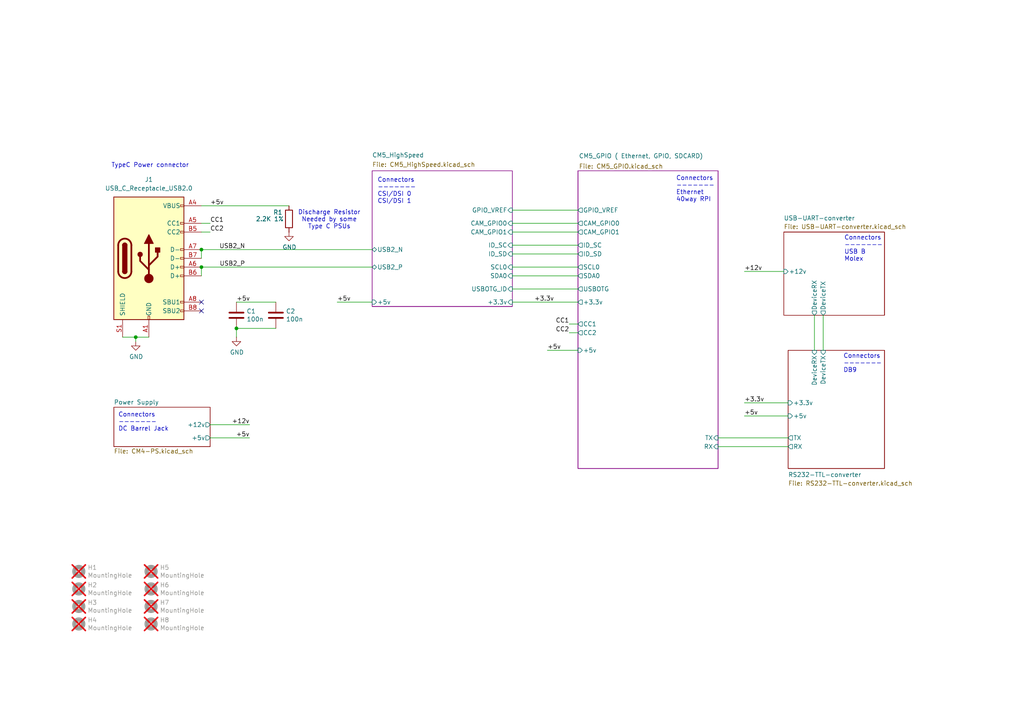
<source format=kicad_sch>
(kicad_sch (version 20250114) (generator "eeschema") (generator_version "9.0")
  (paper "A4")
  (title_block (title "CM4/5 UART Sniffer") (date "2025-08-26") (rev "1") (company "Astrosystems") (comment 1 "Designed By - C.P"))
  (lib_symbols
    (symbol "Connector:USB_C_Receptacle_USB2.0_16P" (pin_names (offset 1.016))
      (property "Reference" "J" (at 0 22.225 0))
      (property "Value" "USB_C_Receptacle_USB2.0_16P" (at 0 19.685 0))
      (symbol "USB_C_Receptacle_USB2.0_16P_0_0"
        (rectangle (start -0.254 -17.78) (end 0.254 -16.764))
        (rectangle (start 10.16 15.494) (end 9.144 14.986))
        (rectangle (start 10.16 10.414) (end 9.144 9.906))
        (rectangle (start 10.16 7.874) (end 9.144 7.366))
        (rectangle (start 10.16 2.794) (end 9.144 2.286))
        (rectangle (start 10.16 0.254) (end 9.144 -0.254))
        (rectangle (start 10.16 -2.286) (end 9.144 -2.794))
        (rectangle (start 10.16 -4.826) (end 9.144 -5.334))
        (rectangle (start 10.16 -12.446) (end 9.144 -12.954))
        (rectangle (start 10.16 -14.986) (end 9.144 -15.494))
      )
      (symbol "USB_C_Receptacle_USB2.0_16P_0_1"
        (rectangle (start -10.16 17.78) (end 10.16 -17.78) (stroke (width 0.254)) (fill (type background)))
        (polyline (pts (xy -8.89 -3.81) (xy -8.89 3.81)) (stroke (width 0.508)))
        (rectangle (start -7.62 -3.81) (end -6.35 3.81) (stroke (width 0.254)) (fill (type outline)))
        (arc (start -7.62 3.81) (mid -6.985 4.4423) (end -6.35 3.81) (stroke (width 0.254)))
        (arc (start -7.62 3.81) (mid -6.985 4.4423) (end -6.35 3.81) (stroke (width 0.254)) (fill (type outline)))
        (arc (start -8.89 3.81) (mid -6.985 5.7067) (end -5.08 3.81) (stroke (width 0.508)))
        (arc (start -5.08 -3.81) (mid -6.985 -5.7067) (end -8.89 -3.81) (stroke (width 0.508)))
        (arc (start -6.35 -3.81) (mid -6.985 -4.4423) (end -7.62 -3.81) (stroke (width 0.254)))
        (arc (start -6.35 -3.81) (mid -6.985 -4.4423) (end -7.62 -3.81) (stroke (width 0.254)) (fill (type outline)))
        (polyline (pts (xy -5.08 3.81) (xy -5.08 -3.81)) (stroke (width 0.508)))
        (circle (center -2.54 1.143) (radius 0.635) (stroke (width 0.254)) (fill (type outline)))
        (polyline (pts (xy -1.27 4.318) (xy 0 6.858) (xy 1.27 4.318) (xy -1.27 4.318)) (stroke (width 0.254)) (fill (type outline)))
        (polyline (pts (xy 0 -2.032) (xy 2.54 0.508) (xy 2.54 1.778)) (stroke (width 0.508)))
        (polyline (pts (xy 0 -3.302) (xy -2.54 -0.762) (xy -2.54 0.508)) (stroke (width 0.508)))
        (polyline (pts (xy 0 -5.842) (xy 0 4.318)) (stroke (width 0.508)))
        (circle (center 0 -5.842) (radius 1.27) (fill (type outline)))
        (rectangle (start 1.905 1.778) (end 3.175 3.048) (stroke (width 0.254)) (fill (type outline)))
      )
      (symbol "USB_C_Receptacle_USB2.0_16P_1_1"
        (pin passive line (at -7.62 -22.86 90) (length 5.08) (name "SHIELD") (number "S1"))
        (pin passive line (at 0 -22.86 90) (length 5.08) (name "GND") (number "A1"))
        (pin passive line (at 0 -22.86 90) (length 5.08) (hide yes) (name "GND") (number "A12"))
        (pin passive line (at 0 -22.86 90) (length 5.08) (hide yes) (name "GND") (number "B1"))
        (pin passive line (at 0 -22.86 90) (length 5.08) (hide yes) (name "GND") (number "B12"))
        (pin passive line (at 15.24 15.24 180) (length 5.08) (name "VBUS") (number "A4"))
        (pin passive line (at 15.24 15.24 180) (length 5.08) (hide yes) (name "VBUS") (number "A9"))
        (pin passive line (at 15.24 15.24 180) (length 5.08) (hide yes) (name "VBUS") (number "B4"))
        (pin passive line (at 15.24 15.24 180) (length 5.08) (hide yes) (name "VBUS") (number "B9"))
        (pin bidirectional line (at 15.24 10.16 180) (length 5.08) (name "CC1") (number "A5"))
        (pin bidirectional line (at 15.24 7.62 180) (length 5.08) (name "CC2") (number "B5"))
        (pin bidirectional line (at 15.24 2.54 180) (length 5.08) (name "D-") (number "A7"))
        (pin bidirectional line (at 15.24 0 180) (length 5.08) (name "D-") (number "B7"))
        (pin bidirectional line (at 15.24 -2.54 180) (length 5.08) (name "D+") (number "A6"))
        (pin bidirectional line (at 15.24 -5.08 180) (length 5.08) (name "D+") (number "B6"))
        (pin bidirectional line (at 15.24 -12.7 180) (length 5.08) (name "SBU1") (number "A8"))
        (pin bidirectional line (at 15.24 -15.24 180) (length 5.08) (name "SBU2") (number "B8"))
      )
    )
    (symbol "Device:C" (pin_numbers (hide yes)) (pin_names (offset 0.254))
      (property "Reference" "C" (at 0.635 2.54 0))
      (property "Value" "C" (at 0.635 -2.54 0))
      (symbol "C_0_1"
        (polyline (pts (xy -2.032 0.762) (xy 2.032 0.762)) (stroke (width 0.508)))
        (polyline (pts (xy -2.032 -0.762) (xy 2.032 -0.762)) (stroke (width 0.508)))
      )
      (symbol "C_1_1"
        (pin passive line (at 0 3.81 270) (length 2.794) (name "~") (number "1"))
        (pin passive line (at 0 -3.81 90) (length 2.794) (name "~") (number "2"))
      )
    )
    (symbol "Device:R" (pin_numbers (hide yes)) (pin_names (offset 0))
      (property "Reference" "R" (at 2.032 0 90))
      (property "Value" "R" (at 0 0 90))
      (symbol "R_0_1"
        (rectangle (start -1.016 -2.54) (end 1.016 2.54) (stroke (width 0.254)))
      )
      (symbol "R_1_1"
        (pin passive line (at 0 3.81 270) (length 1.27) (name "~") (number "1"))
        (pin passive line (at 0 -3.81 90) (length 1.27) (name "~") (number "2"))
      )
    )
    (symbol "Mechanical:MountingHole" (pin_names (offset 1.016))
      (property "Reference" "H" (at 0 5.08 0))
      (property "Value" "MountingHole" (at 0 3.175 0))
      (symbol "MountingHole_0_1"
        (circle (center 0 0) (radius 1.27) (stroke (width 1.27)))
      )
    )
    (symbol "power:GND" (power) (pin_numbers (hide yes)) (pin_names (offset 0) (hide yes))
      (property "Value" "GND" (at 0 -3.81 0))
      (symbol "GND_0_1"
        (polyline (pts (xy 0 0) (xy 0 -1.27) (xy 1.27 -1.27) (xy 0 -2.54) (xy -1.27 -1.27) (xy 0 -1.27)))
      )
      (symbol "GND_1_1"
        (pin power_in line (at 0 0 270) (length 0) (name "~") (number "1"))
      )
    )
  )
  (text "Connectors\n-------\nDB9" (at 244.602 108.204 0) (effects (font (size 1.27 1.27)) (justify left bottom)))
  (text "Connectors\n-------\nEthernet\n40way RPI\n" (at 196.088 58.674 0) (effects (font (size 1.27 1.27)) (justify left bottom)))
  (text "Discharge Resistor\nNeeded by some\nType C PSUs" (at 95.504 63.754 0) (effects (font (size 1.27 1.27))))
  (text "TypeC Power connector" (at 32.258 48.768 0) (effects (font (size 1.27 1.27)) (justify left bottom)))
  (text "Connectors\n-------\nUSB B\nMolex" (at 244.856 75.946 0) (effects (font (size 1.27 1.27)) (justify left bottom)))
  (text "Connectors\n-------\nCSI/DSI 0\nCSI/DSI 1" (at 109.474 59.182 0) (effects (font (size 1.27 1.27)) (justify left bottom)))
  (text "Connectors\n-------\nDC Barrel Jack\n" (at 34.29 125.222 0) (effects (font (size 1.27 1.27)) (justify left bottom)))
  (junction (at 39.37 97.79))
  (junction (at 68.58 95.25))
  (junction (at 58.42 72.39))
  (junction (at 58.42 77.47))
  (no_connect (at 58.42 90.17))
  (no_connect (at 58.42 87.63))
  (wire (pts (xy 165.1 93.98) (xy 167.64 93.98)))
  (wire (pts (xy 215.9 116.84) (xy 228.6 116.84)))
  (wire (pts (xy 208.28 127) (xy 228.6 127)))
  (wire (pts (xy 215.9 120.65) (xy 228.6 120.65)))
  (wire (pts (xy 39.37 99.06) (xy 39.37 97.79)))
  (wire (pts (xy 148.59 87.63) (xy 167.64 87.63)))
  (wire (pts (xy 238.76 91.44) (xy 238.76 101.6)))
  (wire (pts (xy 68.58 95.25) (xy 80.01 95.25)))
  (wire (pts (xy 148.59 64.77) (xy 167.64 64.77)))
  (wire (pts (xy 148.59 83.82) (xy 167.64 83.82)))
  (wire (pts (xy 215.9 78.74) (xy 227.33 78.74)))
  (wire (pts (xy 165.1 96.52) (xy 167.64 96.52)))
  (wire (pts (xy 58.42 77.47) (xy 107.95 77.47)))
  (wire (pts (xy 58.42 72.39) (xy 107.95 72.39)))
  (wire (pts (xy 208.28 129.54) (xy 228.6 129.54)))
  (wire (pts (xy 68.58 95.25) (xy 68.58 97.79)))
  (wire (pts (xy 60.96 123.19) (xy 72.39 123.19)))
  (wire (pts (xy 148.59 73.66) (xy 167.64 73.66)))
  (wire (pts (xy 148.59 67.31) (xy 167.64 67.31)))
  (wire (pts (xy 58.42 59.69) (xy 83.82 59.69)))
  (wire (pts (xy 58.42 77.47) (xy 58.42 80.01)))
  (wire (pts (xy 148.59 60.96) (xy 167.64 60.96)))
  (wire (pts (xy 68.58 87.63) (xy 80.01 87.63)))
  (wire (pts (xy 158.75 101.6) (xy 167.64 101.6)))
  (wire (pts (xy 58.42 64.77) (xy 60.96 64.77)))
  (wire (pts (xy 148.59 80.01) (xy 167.64 80.01)))
  (wire (pts (xy 60.96 127) (xy 72.39 127)))
  (wire (pts (xy 39.37 97.79) (xy 43.18 97.79)))
  (wire (pts (xy 35.56 97.79) (xy 39.37 97.79)))
  (wire (pts (xy 148.59 71.12) (xy 167.64 71.12)))
  (wire (pts (xy 236.22 91.44) (xy 236.22 101.6)))
  (wire (pts (xy 58.42 67.31) (xy 60.96 67.31)))
  (wire (pts (xy 58.42 72.39) (xy 58.42 74.93)))
  (wire (pts (xy 148.59 77.47) (xy 167.64 77.47)))
  (wire (pts (xy 97.79 87.63) (xy 107.95 87.63)))
  (label "+5v" (at 68.58 87.63 0))
  (label "+3.3v" (at 215.9 116.84 0))
  (label "+5v" (at 72.39 127 180))
  (label "+5v" (at 158.75 101.6 0))
  (label "+12v" (at 215.9 78.74 0))
  (label "USB2_P" (at 71.12 77.47 180))
  (label "CC1" (at 60.96 64.77 0))
  (label "USB2_N" (at 71.12 72.39 180))
  (label "+5v" (at 97.79 87.63 0))
  (label "CC2" (at 165.1 96.52 180))
  (label "CC1" (at 165.1 93.98 180))
  (label "+3.3v" (at 154.94 87.63 0))
  (label "+5v" (at 215.9 120.65 0))
  (label "CC2" (at 60.96 67.31 0))
  (label "+5v" (at 60.96 59.69 0))
  (label "+12v" (at 72.39 123.19 180))
  (symbol (lib_id "Mechanical:MountingHole") (at 22.86 180.975 0) (unit 1) (exclude_from_sim yes) (in_bom no) (dnp yes)
    (property "Reference" "H4" (at 25.4 179.832 0) (effects (justify left)))
    (property "Value" "MountingHole" (at 25.4 182.118 0) (effects (justify left)))
    (property "Footprint" "CM5IO:MountingHole_2.7mm_M2.5_DIN965" (effects (hide yes)))
    (property "Field4" "nf" (effects (hide yes)))
    (property "Field5" "nf" (effects (hide yes)))
    (property "Field6" "nf" (effects (hide yes)))
    (property "Field7" "nf" (effects (hide yes)))
    (property "Part Description" "M2.5 mounting hole" (effects (hide yes)))
  )
  (symbol (lib_id "Mechanical:MountingHole") (at 22.86 175.895 0) (unit 1) (exclude_from_sim yes) (in_bom no) (dnp yes)
    (property "Reference" "H3" (at 25.4 174.752 0) (effects (justify left)))
    (property "Value" "MountingHole" (at 25.4 177.038 0) (effects (justify left)))
    (property "Footprint" "CM5IO:MountingHole_2.7mm_M2.5_DIN965" (effects (hide yes)))
    (property "Field4" "nf" (effects (hide yes)))
    (property "Field5" "nf" (effects (hide yes)))
    (property "Field6" "nf" (effects (hide yes)))
    (property "Field7" "nf" (effects (hide yes)))
    (property "Part Description" "M2.5 mounting hole" (effects (hide yes)))
  )
  (symbol (lib_id "Mechanical:MountingHole") (at 22.86 170.815 0) (unit 1) (exclude_from_sim yes) (in_bom no) (dnp yes)
    (property "Reference" "H2" (at 25.4 169.672 0) (effects (justify left)))
    (property "Value" "MountingHole" (at 25.4 171.958 0) (effects (justify left)))
    (property "Footprint" "CM5IO:MountingHole_2.7mm_M2.5_DIN965" (effects (hide yes)))
    (property "Field4" "nf" (effects (hide yes)))
    (property "Field5" "nf" (effects (hide yes)))
    (property "Field6" "nf" (effects (hide yes)))
    (property "Field7" "nf" (effects (hide yes)))
    (property "Part Description" "M2.5 mounting hole" (effects (hide yes)))
  )
  (symbol (lib_id "Mechanical:MountingHole") (at 22.86 165.735 0) (unit 1) (exclude_from_sim yes) (in_bom no) (dnp yes)
    (property "Reference" "H1" (at 25.4 164.592 0) (effects (justify left)))
    (property "Value" "MountingHole" (at 25.4 166.878 0) (effects (justify left)))
    (property "Footprint" "CM5IO:MountingHole_2.7mm_M2.5_DIN965" (effects (hide yes)))
    (property "Field4" "nf" (effects (hide yes)))
    (property "Field5" "nf" (effects (hide yes)))
    (property "Field6" "nf" (effects (hide yes)))
    (property "Field7" "nf" (effects (hide yes)))
    (property "Part Description" "M2.5 mounting hole" (effects (hide yes)))
  )
  (symbol (lib_id "Mechanical:MountingHole") (at 43.815 165.735 0) (unit 1) (exclude_from_sim yes) (in_bom no) (dnp yes)
    (property "Reference" "H5" (at 46.355 164.592 0) (effects (justify left)))
    (property "Value" "MountingHole" (at 46.355 166.878 0) (effects (justify left)))
    (property "Footprint" "CM5IO:MountingHole_2.7mm_M2.5_DIN965" (effects (hide yes)))
    (property "Field4" "nf" (effects (hide yes)))
    (property "Field5" "nf" (effects (hide yes)))
    (property "Field6" "nf" (effects (hide yes)))
    (property "Field7" "nf" (effects (hide yes)))
    (property "Part Description" "M2.5 mounting hole" (effects (hide yes)))
  )
  (symbol (lib_id "Mechanical:MountingHole") (at 43.815 180.975 0) (unit 1) (exclude_from_sim yes) (in_bom no) (dnp yes)
    (property "Reference" "H8" (at 46.355 179.832 0) (effects (justify left)))
    (property "Value" "MountingHole" (at 46.355 182.118 0) (effects (justify left)))
    (property "Footprint" "CM5IO:MountingHole_2.7mm_M2.5_DIN965" (effects (hide yes)))
    (property "Field4" "nf" (effects (hide yes)))
    (property "Field5" "nf" (effects (hide yes)))
    (property "Field6" "nf" (effects (hide yes)))
    (property "Field7" "nf" (effects (hide yes)))
    (property "Part Description" "M2.5 mounting hole" (effects (hide yes)))
  )
  (symbol (lib_id "Mechanical:MountingHole") (at 43.815 175.895 0) (unit 1) (exclude_from_sim yes) (in_bom no) (dnp yes)
    (property "Reference" "H7" (at 46.355 174.752 0) (effects (justify left)))
    (property "Value" "MountingHole" (at 46.355 177.038 0) (effects (justify left)))
    (property "Footprint" "CM5IO:MountingHole_2.7mm_M2.5_DIN965" (effects (hide yes)))
    (property "Field4" "nf" (effects (hide yes)))
    (property "Field5" "nf" (effects (hide yes)))
    (property "Field6" "nf" (effects (hide yes)))
    (property "Field7" "nf" (effects (hide yes)))
    (property "Part Description" "M2.5 mounting hole" (effects (hide yes)))
  )
  (symbol (lib_id "Mechanical:MountingHole") (at 43.815 170.815 0) (unit 1) (exclude_from_sim yes) (in_bom no) (dnp yes)
    (property "Reference" "H6" (at 46.355 169.672 0) (effects (justify left)))
    (property "Value" "MountingHole" (at 46.355 171.958 0) (effects (justify left)))
    (property "Footprint" "CM5IO:MountingHole_2.7mm_M2.5_DIN965" (effects (hide yes)))
    (property "Field4" "nf" (effects (hide yes)))
    (property "Field5" "nf" (effects (hide yes)))
    (property "Field6" "nf" (effects (hide yes)))
    (property "Field7" "nf" (effects (hide yes)))
    (property "Part Description" "M2.5 mounting hole" (effects (hide yes)))
  )
  (symbol (lib_id "power:GND") (at 83.82 67.31 0) (unit 1)
    (property "Reference" "#PWR03" (effects (hide yes)))
    (property "Value" "GND" (at 83.947 71.7042 0))
    (property "Description" "Power symbol creates a global label with name \"GND\" , ground" (effects (hide yes)))
  )
  (symbol (lib_id "Device:C") (at 80.01 91.44 0) (unit 1)
    (property "Reference" "C2" (at 82.931 90.2716 0) (effects (justify left)))
    (property "Value" "100n" (at 82.931 92.583 0) (effects (justify left)))
    (property "Footprint" "Capacitor_SMD:C_0402_1005Metric" (effects (hide yes)))
    (property "Datasheet" "https://search.murata.co.jp/Ceramy/image/img/A01X/G101/ENG/GRM155R71C104KA88-01.pdf" (effects (hide yes)))
    (property "Field4" "Farnell" (effects (hide yes)))
    (property "Field5" "2611911" (effects (hide yes)))
    (property "Field6" "RM EMK105 B7104KV-F" (effects (hide yes)))
    (property "Field7" "TAIYO YUDEN EUROPE GMBH" (effects (hide yes)))
    (property "Field8" "110091611" (effects (hide yes)))
    (property "Part Description" "	0.1uF 10% 16V Ceramic Capacitor X7R 0402 (1005 Metric)" (effects (hide yes)))
  )
  (symbol (lib_id "Connector:USB_C_Receptacle_USB2.0_16P") (at 43.18 74.93 0) (unit 1)
    (property "Reference" "J1" (at 43.18 52.07 0))
    (property "Value" "USB_C_Receptacle_USB2.0" (at 43.18 54.61 0))
    (property "Footprint" "Connector_USB:USB_C_Receptacle_GCT_USB4105-xx-A_16P_TopMnt_Horizontal" (effects (hide yes)))
    (property "Datasheet" "https://www.usb.org/sites/default/files/documents/usb_type-c.zip" (effects (hide yes)))
    (property "Field5" "USBF31-0171" (effects (hide yes)))
    (property "Field6" "USBF31-0171" (effects (hide yes)))
    (property "Field7" "MTCONN" (effects (hide yes)))
    (property "Part Description" "USBC USB2 data and power connector" (effects (hide yes)))
  )
  (symbol (lib_id "Device:R") (at 83.82 63.5 0) (unit 1)
    (property "Reference" "R1" (at 79.248 61.595 0) (effects (justify left)))
    (property "Value" "2.2K 1%" (at 74.168 63.5 0) (effects (justify left)))
    (property "Footprint" "Resistor_SMD:R_0402_1005Metric" (effects (hide yes)))
    (property "Datasheet" "https://fscdn.rohm.com/en/products/databook/datasheet/passive/resistor/chip_resistor/mcr-e.pdf" (effects (hide yes)))
    (property "Field4" "Farnell" (effects (hide yes)))
    (property "Part Description" "Resistor 2.2K M1005 1% 63mW" (effects (hide yes)))
  )
  (symbol (lib_id "Device:C") (at 68.58 91.44 0) (unit 1)
    (property "Reference" "C1" (at 71.501 90.2716 0) (effects (justify left)))
    (property "Value" "100n" (at 71.501 92.583 0) (effects (justify left)))
    (property "Footprint" "Capacitor_SMD:C_0402_1005Metric" (effects (hide yes)))
    (property "Datasheet" "https://search.murata.co.jp/Ceramy/image/img/A01X/G101/ENG/GRM155R71C104KA88-01.pdf" (effects (hide yes)))
    (property "Field4" "Farnell" (effects (hide yes)))
    (property "Field5" "2611911" (effects (hide yes)))
    (property "Field6" "RM EMK105 B7104KV-F" (effects (hide yes)))
    (property "Field7" "TAIYO YUDEN EUROPE GMBH" (effects (hide yes)))
    (property "Field8" "110091611" (effects (hide yes)))
    (property "Part Description" "	0.1uF 10% 16V Ceramic Capacitor X7R 0402 (1005 Metric)" (effects (hide yes)))
  )
  (symbol (lib_id "power:GND") (at 39.37 99.06 0) (unit 1)
    (property "Reference" "#PWR01" (effects (hide yes)))
    (property "Value" "GND" (at 39.497 103.4542 0))
    (property "Description" "Power symbol creates a global label with name \"GND\" , ground" (effects (hide yes)))
  )
  (symbol (lib_id "power:GND") (at 68.58 97.79 0) (unit 1)
    (property "Reference" "#PWR02" (effects (hide yes)))
    (property "Value" "GND" (at 68.707 102.1842 0))
    (property "Description" "Power symbol creates a global label with name \"GND\" , ground" (effects (hide yes)))
  )
  (sheet (at 167.64 49.53) (size 40.64 86.36) (stroke (width 0.1524) (color 132 0 132 1)) (fill (color 255 255 255 0.0000))
    (property "Sheetname" "CM5_GPIO ( Ethernet, GPIO, SDCARD)" (at 167.894 45.974 0) (effects (justify left bottom)))
    (property "Sheetfile" "CM5_GPIO.kicad_sch" (at 167.894 47.498 0) (effects (justify left top)))
    (pin "+3.3v" output (at 167.64 87.63 180))
    (pin "+5v" input (at 167.64 101.6 180))
    (pin "CAM_GPIO0" output (at 167.64 64.77 180))
    (pin "CAM_GPIO1" output (at 167.64 67.31 180))
    (pin "CC1" output (at 167.64 93.98 180))
    (pin "CC2" output (at 167.64 96.52 180))
    (pin "GPIO_VREF" output (at 167.64 60.96 180))
    (pin "ID_SC" output (at 167.64 71.12 180))
    (pin "ID_SD" output (at 167.64 73.66 180))
    (pin "SCL0" output (at 167.64 77.47 180))
    (pin "SDA0" output (at 167.64 80.01 180))
    (pin "USBOTG" output (at 167.64 83.82 180))
    (pin "RX" input (at 208.28 129.54 0))
    (pin "TX" input (at 208.28 127 0))
  )
  (sheet (at 107.95 49.53) (size 40.64 39.37) (stroke (width 0.1524) (color 132 0 132 1)) (fill (color 255 255 255 0.0000))
    (property "Sheetname" "CM5_HighSpeed" (at 107.95 45.72 0) (effects (justify left bottom)))
    (property "Sheetfile" "CM5_HighSpeed.kicad_sch" (at 107.95 46.99 0) (effects (justify left top)))
    (pin "USB2_N" bidirectional (at 107.95 72.39 180))
    (pin "USB2_P" bidirectional (at 107.95 77.47 180))
    (pin "+3.3v" input (at 148.59 87.63 0))
    (pin "CAM_GPIO0" input (at 148.59 64.77 0))
    (pin "CAM_GPIO1" input (at 148.59 67.31 0))
    (pin "GPIO_VREF" input (at 148.59 60.96 0))
    (pin "ID_SC" input (at 148.59 71.12 0))
    (pin "ID_SD" input (at 148.59 73.66 0))
    (pin "SCL0" input (at 148.59 77.47 0))
    (pin "SDA0" input (at 148.59 80.01 0))
    (pin "USBOTG_ID" input (at 148.59 83.82 0))
    (pin "+5v" input (at 107.95 87.63 180))
  )
  (sheet (at 228.6 101.6) (size 27.94 34.29) (stroke (width 0.1524))
    (property "Sheetname" "RS232-TTL-converter" (at 228.6 138.43 0) (effects (justify left bottom)))
    (property "Sheetfile" "RS232-TTL-converter.kicad_sch" (at 228.6 139.446 0) (effects (justify left top)))
    (pin "+5v" input (at 228.6 120.65 180))
    (pin "RX" output (at 228.6 129.54 180))
    (pin "TX" output (at 228.6 127 180))
    (pin "DeviceRX" input (at 236.22 101.6 90))
    (pin "DeviceTX" input (at 238.76 101.6 90))
    (pin "+3.3v" input (at 228.6 116.84 180))
  )
  (sheet (at 227.33 67.31) (size 29.21 24.13) (stroke (width 0.1524))
    (property "Sheetname" "USB-UART-converter" (at 227.33 64.008 0) (effects (justify left bottom)))
    (property "Sheetfile" "USB-UART-converter.kicad_sch" (at 227.33 65.024 0) (effects (justify left top)))
    (pin "+12v" input (at 227.33 78.74 180))
    (pin "DeviceRX" output (at 236.22 91.44 270))
    (pin "DeviceTX" output (at 238.76 91.44 270))
  )
  (sheet (at 33.02 118.11) (size 27.94 11.43) (stroke (width 0.1524))
    (property "Sheetname" "Power Supply" (at 33.02 117.3984 0) (effects (justify left bottom)))
    (property "Sheetfile" "CM4-PS.kicad_sch" (at 33.02 130.1246 0) (effects (justify left top)))
    (pin "+5v" output (at 60.96 127 0))
    (pin "+12v" output (at 60.96 123.19 0))
  )
)
</source>
